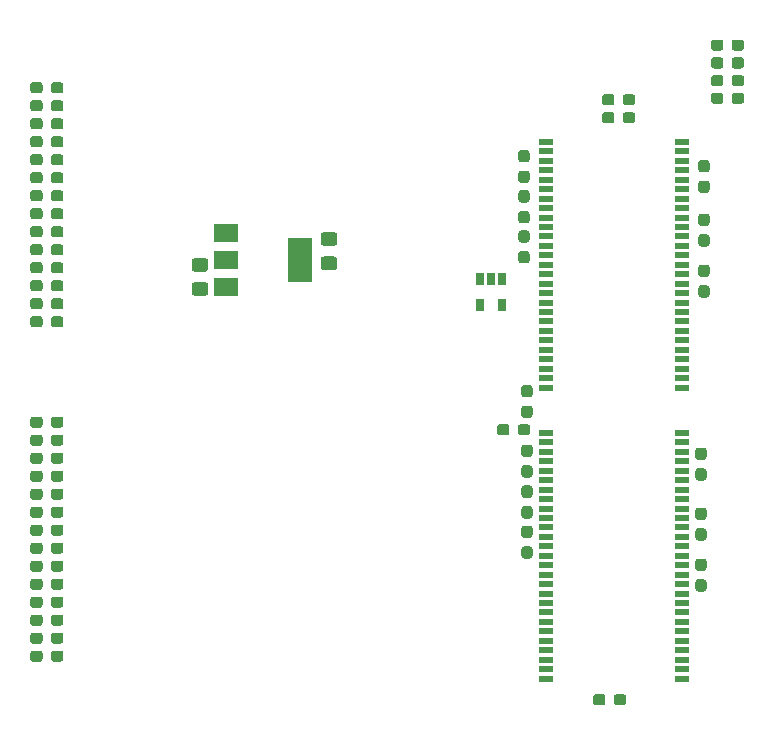
<source format=gbr>
%TF.GenerationSoftware,KiCad,Pcbnew,5.1.6-c6e7f7d~86~ubuntu18.04.1*%
%TF.CreationDate,2021-07-04T16:44:21-07:00*%
%TF.ProjectId,arrow_deca_retro_cape,6172726f-775f-4646-9563-615f72657472,rev?*%
%TF.SameCoordinates,Original*%
%TF.FileFunction,Paste,Top*%
%TF.FilePolarity,Positive*%
%FSLAX46Y46*%
G04 Gerber Fmt 4.6, Leading zero omitted, Abs format (unit mm)*
G04 Created by KiCad (PCBNEW 5.1.6-c6e7f7d~86~ubuntu18.04.1) date 2021-07-04 16:44:21*
%MOMM*%
%LPD*%
G01*
G04 APERTURE LIST*
%ADD10R,2.000000X1.500000*%
%ADD11R,2.000000X3.800000*%
%ADD12R,1.193800X0.508000*%
%ADD13R,0.650000X1.060000*%
G04 APERTURE END LIST*
%TO.C,C19*%
G36*
G01*
X84778001Y-45388000D02*
X83877999Y-45388000D01*
G75*
G02*
X83628000Y-45138001I0J249999D01*
G01*
X83628000Y-44487999D01*
G75*
G02*
X83877999Y-44238000I249999J0D01*
G01*
X84778001Y-44238000D01*
G75*
G02*
X85028000Y-44487999I0J-249999D01*
G01*
X85028000Y-45138001D01*
G75*
G02*
X84778001Y-45388000I-249999J0D01*
G01*
G37*
G36*
G01*
X84778001Y-47438000D02*
X83877999Y-47438000D01*
G75*
G02*
X83628000Y-47188001I0J249999D01*
G01*
X83628000Y-46537999D01*
G75*
G02*
X83877999Y-46288000I249999J0D01*
G01*
X84778001Y-46288000D01*
G75*
G02*
X85028000Y-46537999I0J-249999D01*
G01*
X85028000Y-47188001D01*
G75*
G02*
X84778001Y-47438000I-249999J0D01*
G01*
G37*
%TD*%
%TO.C,C18*%
G36*
G01*
X73856001Y-47570000D02*
X72955999Y-47570000D01*
G75*
G02*
X72706000Y-47320001I0J249999D01*
G01*
X72706000Y-46669999D01*
G75*
G02*
X72955999Y-46420000I249999J0D01*
G01*
X73856001Y-46420000D01*
G75*
G02*
X74106000Y-46669999I0J-249999D01*
G01*
X74106000Y-47320001D01*
G75*
G02*
X73856001Y-47570000I-249999J0D01*
G01*
G37*
G36*
G01*
X73856001Y-49620000D02*
X72955999Y-49620000D01*
G75*
G02*
X72706000Y-49370001I0J249999D01*
G01*
X72706000Y-48719999D01*
G75*
G02*
X72955999Y-48470000I249999J0D01*
G01*
X73856001Y-48470000D01*
G75*
G02*
X74106000Y-48719999I0J-249999D01*
G01*
X74106000Y-49370001D01*
G75*
G02*
X73856001Y-49620000I-249999J0D01*
G01*
G37*
%TD*%
D10*
%TO.C,U4*%
X75615000Y-44309000D03*
X75615000Y-48909000D03*
X75615000Y-46609000D03*
D11*
X81915000Y-46609000D03*
%TD*%
%TO.C,R14*%
G36*
G01*
X60088000Y-73803500D02*
X60088000Y-74278500D01*
G75*
G02*
X59850500Y-74516000I-237500J0D01*
G01*
X59275500Y-74516000D01*
G75*
G02*
X59038000Y-74278500I0J237500D01*
G01*
X59038000Y-73803500D01*
G75*
G02*
X59275500Y-73566000I237500J0D01*
G01*
X59850500Y-73566000D01*
G75*
G02*
X60088000Y-73803500I0J-237500D01*
G01*
G37*
G36*
G01*
X61838000Y-73803500D02*
X61838000Y-74278500D01*
G75*
G02*
X61600500Y-74516000I-237500J0D01*
G01*
X61025500Y-74516000D01*
G75*
G02*
X60788000Y-74278500I0J237500D01*
G01*
X60788000Y-73803500D01*
G75*
G02*
X61025500Y-73566000I237500J0D01*
G01*
X61600500Y-73566000D01*
G75*
G02*
X61838000Y-73803500I0J-237500D01*
G01*
G37*
%TD*%
%TO.C,R32*%
G36*
G01*
X60088000Y-60087500D02*
X60088000Y-60562500D01*
G75*
G02*
X59850500Y-60800000I-237500J0D01*
G01*
X59275500Y-60800000D01*
G75*
G02*
X59038000Y-60562500I0J237500D01*
G01*
X59038000Y-60087500D01*
G75*
G02*
X59275500Y-59850000I237500J0D01*
G01*
X59850500Y-59850000D01*
G75*
G02*
X60088000Y-60087500I0J-237500D01*
G01*
G37*
G36*
G01*
X61838000Y-60087500D02*
X61838000Y-60562500D01*
G75*
G02*
X61600500Y-60800000I-237500J0D01*
G01*
X61025500Y-60800000D01*
G75*
G02*
X60788000Y-60562500I0J237500D01*
G01*
X60788000Y-60087500D01*
G75*
G02*
X61025500Y-59850000I237500J0D01*
G01*
X61600500Y-59850000D01*
G75*
G02*
X61838000Y-60087500I0J-237500D01*
G01*
G37*
%TD*%
%TO.C,R31*%
G36*
G01*
X60088000Y-31766500D02*
X60088000Y-32241500D01*
G75*
G02*
X59850500Y-32479000I-237500J0D01*
G01*
X59275500Y-32479000D01*
G75*
G02*
X59038000Y-32241500I0J237500D01*
G01*
X59038000Y-31766500D01*
G75*
G02*
X59275500Y-31529000I237500J0D01*
G01*
X59850500Y-31529000D01*
G75*
G02*
X60088000Y-31766500I0J-237500D01*
G01*
G37*
G36*
G01*
X61838000Y-31766500D02*
X61838000Y-32241500D01*
G75*
G02*
X61600500Y-32479000I-237500J0D01*
G01*
X61025500Y-32479000D01*
G75*
G02*
X60788000Y-32241500I0J237500D01*
G01*
X60788000Y-31766500D01*
G75*
G02*
X61025500Y-31529000I237500J0D01*
G01*
X61600500Y-31529000D01*
G75*
G02*
X61838000Y-31766500I0J-237500D01*
G01*
G37*
%TD*%
%TO.C,R30*%
G36*
G01*
X60088000Y-63135500D02*
X60088000Y-63610500D01*
G75*
G02*
X59850500Y-63848000I-237500J0D01*
G01*
X59275500Y-63848000D01*
G75*
G02*
X59038000Y-63610500I0J237500D01*
G01*
X59038000Y-63135500D01*
G75*
G02*
X59275500Y-62898000I237500J0D01*
G01*
X59850500Y-62898000D01*
G75*
G02*
X60088000Y-63135500I0J-237500D01*
G01*
G37*
G36*
G01*
X61838000Y-63135500D02*
X61838000Y-63610500D01*
G75*
G02*
X61600500Y-63848000I-237500J0D01*
G01*
X61025500Y-63848000D01*
G75*
G02*
X60788000Y-63610500I0J237500D01*
G01*
X60788000Y-63135500D01*
G75*
G02*
X61025500Y-62898000I237500J0D01*
G01*
X61600500Y-62898000D01*
G75*
G02*
X61838000Y-63135500I0J-237500D01*
G01*
G37*
%TD*%
%TO.C,R29*%
G36*
G01*
X60088000Y-34814500D02*
X60088000Y-35289500D01*
G75*
G02*
X59850500Y-35527000I-237500J0D01*
G01*
X59275500Y-35527000D01*
G75*
G02*
X59038000Y-35289500I0J237500D01*
G01*
X59038000Y-34814500D01*
G75*
G02*
X59275500Y-34577000I237500J0D01*
G01*
X59850500Y-34577000D01*
G75*
G02*
X60088000Y-34814500I0J-237500D01*
G01*
G37*
G36*
G01*
X61838000Y-34814500D02*
X61838000Y-35289500D01*
G75*
G02*
X61600500Y-35527000I-237500J0D01*
G01*
X61025500Y-35527000D01*
G75*
G02*
X60788000Y-35289500I0J237500D01*
G01*
X60788000Y-34814500D01*
G75*
G02*
X61025500Y-34577000I237500J0D01*
G01*
X61600500Y-34577000D01*
G75*
G02*
X61838000Y-34814500I0J-237500D01*
G01*
G37*
%TD*%
%TO.C,R28*%
G36*
G01*
X60088000Y-66183500D02*
X60088000Y-66658500D01*
G75*
G02*
X59850500Y-66896000I-237500J0D01*
G01*
X59275500Y-66896000D01*
G75*
G02*
X59038000Y-66658500I0J237500D01*
G01*
X59038000Y-66183500D01*
G75*
G02*
X59275500Y-65946000I237500J0D01*
G01*
X59850500Y-65946000D01*
G75*
G02*
X60088000Y-66183500I0J-237500D01*
G01*
G37*
G36*
G01*
X61838000Y-66183500D02*
X61838000Y-66658500D01*
G75*
G02*
X61600500Y-66896000I-237500J0D01*
G01*
X61025500Y-66896000D01*
G75*
G02*
X60788000Y-66658500I0J237500D01*
G01*
X60788000Y-66183500D01*
G75*
G02*
X61025500Y-65946000I237500J0D01*
G01*
X61600500Y-65946000D01*
G75*
G02*
X61838000Y-66183500I0J-237500D01*
G01*
G37*
%TD*%
%TO.C,R27*%
G36*
G01*
X60088000Y-37862500D02*
X60088000Y-38337500D01*
G75*
G02*
X59850500Y-38575000I-237500J0D01*
G01*
X59275500Y-38575000D01*
G75*
G02*
X59038000Y-38337500I0J237500D01*
G01*
X59038000Y-37862500D01*
G75*
G02*
X59275500Y-37625000I237500J0D01*
G01*
X59850500Y-37625000D01*
G75*
G02*
X60088000Y-37862500I0J-237500D01*
G01*
G37*
G36*
G01*
X61838000Y-37862500D02*
X61838000Y-38337500D01*
G75*
G02*
X61600500Y-38575000I-237500J0D01*
G01*
X61025500Y-38575000D01*
G75*
G02*
X60788000Y-38337500I0J237500D01*
G01*
X60788000Y-37862500D01*
G75*
G02*
X61025500Y-37625000I237500J0D01*
G01*
X61600500Y-37625000D01*
G75*
G02*
X61838000Y-37862500I0J-237500D01*
G01*
G37*
%TD*%
%TO.C,R26*%
G36*
G01*
X60088000Y-69231500D02*
X60088000Y-69706500D01*
G75*
G02*
X59850500Y-69944000I-237500J0D01*
G01*
X59275500Y-69944000D01*
G75*
G02*
X59038000Y-69706500I0J237500D01*
G01*
X59038000Y-69231500D01*
G75*
G02*
X59275500Y-68994000I237500J0D01*
G01*
X59850500Y-68994000D01*
G75*
G02*
X60088000Y-69231500I0J-237500D01*
G01*
G37*
G36*
G01*
X61838000Y-69231500D02*
X61838000Y-69706500D01*
G75*
G02*
X61600500Y-69944000I-237500J0D01*
G01*
X61025500Y-69944000D01*
G75*
G02*
X60788000Y-69706500I0J237500D01*
G01*
X60788000Y-69231500D01*
G75*
G02*
X61025500Y-68994000I237500J0D01*
G01*
X61600500Y-68994000D01*
G75*
G02*
X61838000Y-69231500I0J-237500D01*
G01*
G37*
%TD*%
%TO.C,R25*%
G36*
G01*
X60088000Y-40910500D02*
X60088000Y-41385500D01*
G75*
G02*
X59850500Y-41623000I-237500J0D01*
G01*
X59275500Y-41623000D01*
G75*
G02*
X59038000Y-41385500I0J237500D01*
G01*
X59038000Y-40910500D01*
G75*
G02*
X59275500Y-40673000I237500J0D01*
G01*
X59850500Y-40673000D01*
G75*
G02*
X60088000Y-40910500I0J-237500D01*
G01*
G37*
G36*
G01*
X61838000Y-40910500D02*
X61838000Y-41385500D01*
G75*
G02*
X61600500Y-41623000I-237500J0D01*
G01*
X61025500Y-41623000D01*
G75*
G02*
X60788000Y-41385500I0J237500D01*
G01*
X60788000Y-40910500D01*
G75*
G02*
X61025500Y-40673000I237500J0D01*
G01*
X61600500Y-40673000D01*
G75*
G02*
X61838000Y-40910500I0J-237500D01*
G01*
G37*
%TD*%
%TO.C,R24*%
G36*
G01*
X60088000Y-72279500D02*
X60088000Y-72754500D01*
G75*
G02*
X59850500Y-72992000I-237500J0D01*
G01*
X59275500Y-72992000D01*
G75*
G02*
X59038000Y-72754500I0J237500D01*
G01*
X59038000Y-72279500D01*
G75*
G02*
X59275500Y-72042000I237500J0D01*
G01*
X59850500Y-72042000D01*
G75*
G02*
X60088000Y-72279500I0J-237500D01*
G01*
G37*
G36*
G01*
X61838000Y-72279500D02*
X61838000Y-72754500D01*
G75*
G02*
X61600500Y-72992000I-237500J0D01*
G01*
X61025500Y-72992000D01*
G75*
G02*
X60788000Y-72754500I0J237500D01*
G01*
X60788000Y-72279500D01*
G75*
G02*
X61025500Y-72042000I237500J0D01*
G01*
X61600500Y-72042000D01*
G75*
G02*
X61838000Y-72279500I0J-237500D01*
G01*
G37*
%TD*%
%TO.C,R23*%
G36*
G01*
X60088000Y-43958500D02*
X60088000Y-44433500D01*
G75*
G02*
X59850500Y-44671000I-237500J0D01*
G01*
X59275500Y-44671000D01*
G75*
G02*
X59038000Y-44433500I0J237500D01*
G01*
X59038000Y-43958500D01*
G75*
G02*
X59275500Y-43721000I237500J0D01*
G01*
X59850500Y-43721000D01*
G75*
G02*
X60088000Y-43958500I0J-237500D01*
G01*
G37*
G36*
G01*
X61838000Y-43958500D02*
X61838000Y-44433500D01*
G75*
G02*
X61600500Y-44671000I-237500J0D01*
G01*
X61025500Y-44671000D01*
G75*
G02*
X60788000Y-44433500I0J237500D01*
G01*
X60788000Y-43958500D01*
G75*
G02*
X61025500Y-43721000I237500J0D01*
G01*
X61600500Y-43721000D01*
G75*
G02*
X61838000Y-43958500I0J-237500D01*
G01*
G37*
%TD*%
%TO.C,R22*%
G36*
G01*
X60088000Y-75327500D02*
X60088000Y-75802500D01*
G75*
G02*
X59850500Y-76040000I-237500J0D01*
G01*
X59275500Y-76040000D01*
G75*
G02*
X59038000Y-75802500I0J237500D01*
G01*
X59038000Y-75327500D01*
G75*
G02*
X59275500Y-75090000I237500J0D01*
G01*
X59850500Y-75090000D01*
G75*
G02*
X60088000Y-75327500I0J-237500D01*
G01*
G37*
G36*
G01*
X61838000Y-75327500D02*
X61838000Y-75802500D01*
G75*
G02*
X61600500Y-76040000I-237500J0D01*
G01*
X61025500Y-76040000D01*
G75*
G02*
X60788000Y-75802500I0J237500D01*
G01*
X60788000Y-75327500D01*
G75*
G02*
X61025500Y-75090000I237500J0D01*
G01*
X61600500Y-75090000D01*
G75*
G02*
X61838000Y-75327500I0J-237500D01*
G01*
G37*
%TD*%
%TO.C,R21*%
G36*
G01*
X60088000Y-47006500D02*
X60088000Y-47481500D01*
G75*
G02*
X59850500Y-47719000I-237500J0D01*
G01*
X59275500Y-47719000D01*
G75*
G02*
X59038000Y-47481500I0J237500D01*
G01*
X59038000Y-47006500D01*
G75*
G02*
X59275500Y-46769000I237500J0D01*
G01*
X59850500Y-46769000D01*
G75*
G02*
X60088000Y-47006500I0J-237500D01*
G01*
G37*
G36*
G01*
X61838000Y-47006500D02*
X61838000Y-47481500D01*
G75*
G02*
X61600500Y-47719000I-237500J0D01*
G01*
X61025500Y-47719000D01*
G75*
G02*
X60788000Y-47481500I0J237500D01*
G01*
X60788000Y-47006500D01*
G75*
G02*
X61025500Y-46769000I237500J0D01*
G01*
X61600500Y-46769000D01*
G75*
G02*
X61838000Y-47006500I0J-237500D01*
G01*
G37*
%TD*%
%TO.C,R20*%
G36*
G01*
X60088000Y-78375500D02*
X60088000Y-78850500D01*
G75*
G02*
X59850500Y-79088000I-237500J0D01*
G01*
X59275500Y-79088000D01*
G75*
G02*
X59038000Y-78850500I0J237500D01*
G01*
X59038000Y-78375500D01*
G75*
G02*
X59275500Y-78138000I237500J0D01*
G01*
X59850500Y-78138000D01*
G75*
G02*
X60088000Y-78375500I0J-237500D01*
G01*
G37*
G36*
G01*
X61838000Y-78375500D02*
X61838000Y-78850500D01*
G75*
G02*
X61600500Y-79088000I-237500J0D01*
G01*
X61025500Y-79088000D01*
G75*
G02*
X60788000Y-78850500I0J237500D01*
G01*
X60788000Y-78375500D01*
G75*
G02*
X61025500Y-78138000I237500J0D01*
G01*
X61600500Y-78138000D01*
G75*
G02*
X61838000Y-78375500I0J-237500D01*
G01*
G37*
%TD*%
%TO.C,R19*%
G36*
G01*
X60088000Y-50054500D02*
X60088000Y-50529500D01*
G75*
G02*
X59850500Y-50767000I-237500J0D01*
G01*
X59275500Y-50767000D01*
G75*
G02*
X59038000Y-50529500I0J237500D01*
G01*
X59038000Y-50054500D01*
G75*
G02*
X59275500Y-49817000I237500J0D01*
G01*
X59850500Y-49817000D01*
G75*
G02*
X60088000Y-50054500I0J-237500D01*
G01*
G37*
G36*
G01*
X61838000Y-50054500D02*
X61838000Y-50529500D01*
G75*
G02*
X61600500Y-50767000I-237500J0D01*
G01*
X61025500Y-50767000D01*
G75*
G02*
X60788000Y-50529500I0J237500D01*
G01*
X60788000Y-50054500D01*
G75*
G02*
X61025500Y-49817000I237500J0D01*
G01*
X61600500Y-49817000D01*
G75*
G02*
X61838000Y-50054500I0J-237500D01*
G01*
G37*
%TD*%
%TO.C,R18*%
G36*
G01*
X60088000Y-61611500D02*
X60088000Y-62086500D01*
G75*
G02*
X59850500Y-62324000I-237500J0D01*
G01*
X59275500Y-62324000D01*
G75*
G02*
X59038000Y-62086500I0J237500D01*
G01*
X59038000Y-61611500D01*
G75*
G02*
X59275500Y-61374000I237500J0D01*
G01*
X59850500Y-61374000D01*
G75*
G02*
X60088000Y-61611500I0J-237500D01*
G01*
G37*
G36*
G01*
X61838000Y-61611500D02*
X61838000Y-62086500D01*
G75*
G02*
X61600500Y-62324000I-237500J0D01*
G01*
X61025500Y-62324000D01*
G75*
G02*
X60788000Y-62086500I0J237500D01*
G01*
X60788000Y-61611500D01*
G75*
G02*
X61025500Y-61374000I237500J0D01*
G01*
X61600500Y-61374000D01*
G75*
G02*
X61838000Y-61611500I0J-237500D01*
G01*
G37*
%TD*%
%TO.C,R17*%
G36*
G01*
X60088000Y-64659500D02*
X60088000Y-65134500D01*
G75*
G02*
X59850500Y-65372000I-237500J0D01*
G01*
X59275500Y-65372000D01*
G75*
G02*
X59038000Y-65134500I0J237500D01*
G01*
X59038000Y-64659500D01*
G75*
G02*
X59275500Y-64422000I237500J0D01*
G01*
X59850500Y-64422000D01*
G75*
G02*
X60088000Y-64659500I0J-237500D01*
G01*
G37*
G36*
G01*
X61838000Y-64659500D02*
X61838000Y-65134500D01*
G75*
G02*
X61600500Y-65372000I-237500J0D01*
G01*
X61025500Y-65372000D01*
G75*
G02*
X60788000Y-65134500I0J237500D01*
G01*
X60788000Y-64659500D01*
G75*
G02*
X61025500Y-64422000I237500J0D01*
G01*
X61600500Y-64422000D01*
G75*
G02*
X61838000Y-64659500I0J-237500D01*
G01*
G37*
%TD*%
%TO.C,R16*%
G36*
G01*
X60088000Y-67707500D02*
X60088000Y-68182500D01*
G75*
G02*
X59850500Y-68420000I-237500J0D01*
G01*
X59275500Y-68420000D01*
G75*
G02*
X59038000Y-68182500I0J237500D01*
G01*
X59038000Y-67707500D01*
G75*
G02*
X59275500Y-67470000I237500J0D01*
G01*
X59850500Y-67470000D01*
G75*
G02*
X60088000Y-67707500I0J-237500D01*
G01*
G37*
G36*
G01*
X61838000Y-67707500D02*
X61838000Y-68182500D01*
G75*
G02*
X61600500Y-68420000I-237500J0D01*
G01*
X61025500Y-68420000D01*
G75*
G02*
X60788000Y-68182500I0J237500D01*
G01*
X60788000Y-67707500D01*
G75*
G02*
X61025500Y-67470000I237500J0D01*
G01*
X61600500Y-67470000D01*
G75*
G02*
X61838000Y-67707500I0J-237500D01*
G01*
G37*
%TD*%
%TO.C,R15*%
G36*
G01*
X60088000Y-70755500D02*
X60088000Y-71230500D01*
G75*
G02*
X59850500Y-71468000I-237500J0D01*
G01*
X59275500Y-71468000D01*
G75*
G02*
X59038000Y-71230500I0J237500D01*
G01*
X59038000Y-70755500D01*
G75*
G02*
X59275500Y-70518000I237500J0D01*
G01*
X59850500Y-70518000D01*
G75*
G02*
X60088000Y-70755500I0J-237500D01*
G01*
G37*
G36*
G01*
X61838000Y-70755500D02*
X61838000Y-71230500D01*
G75*
G02*
X61600500Y-71468000I-237500J0D01*
G01*
X61025500Y-71468000D01*
G75*
G02*
X60788000Y-71230500I0J237500D01*
G01*
X60788000Y-70755500D01*
G75*
G02*
X61025500Y-70518000I237500J0D01*
G01*
X61600500Y-70518000D01*
G75*
G02*
X61838000Y-70755500I0J-237500D01*
G01*
G37*
%TD*%
%TO.C,R13*%
G36*
G01*
X60088000Y-76851500D02*
X60088000Y-77326500D01*
G75*
G02*
X59850500Y-77564000I-237500J0D01*
G01*
X59275500Y-77564000D01*
G75*
G02*
X59038000Y-77326500I0J237500D01*
G01*
X59038000Y-76851500D01*
G75*
G02*
X59275500Y-76614000I237500J0D01*
G01*
X59850500Y-76614000D01*
G75*
G02*
X60088000Y-76851500I0J-237500D01*
G01*
G37*
G36*
G01*
X61838000Y-76851500D02*
X61838000Y-77326500D01*
G75*
G02*
X61600500Y-77564000I-237500J0D01*
G01*
X61025500Y-77564000D01*
G75*
G02*
X60788000Y-77326500I0J237500D01*
G01*
X60788000Y-76851500D01*
G75*
G02*
X61025500Y-76614000I237500J0D01*
G01*
X61600500Y-76614000D01*
G75*
G02*
X61838000Y-76851500I0J-237500D01*
G01*
G37*
%TD*%
%TO.C,R12*%
G36*
G01*
X60088000Y-79899500D02*
X60088000Y-80374500D01*
G75*
G02*
X59850500Y-80612000I-237500J0D01*
G01*
X59275500Y-80612000D01*
G75*
G02*
X59038000Y-80374500I0J237500D01*
G01*
X59038000Y-79899500D01*
G75*
G02*
X59275500Y-79662000I237500J0D01*
G01*
X59850500Y-79662000D01*
G75*
G02*
X60088000Y-79899500I0J-237500D01*
G01*
G37*
G36*
G01*
X61838000Y-79899500D02*
X61838000Y-80374500D01*
G75*
G02*
X61600500Y-80612000I-237500J0D01*
G01*
X61025500Y-80612000D01*
G75*
G02*
X60788000Y-80374500I0J237500D01*
G01*
X60788000Y-79899500D01*
G75*
G02*
X61025500Y-79662000I237500J0D01*
G01*
X61600500Y-79662000D01*
G75*
G02*
X61838000Y-79899500I0J-237500D01*
G01*
G37*
%TD*%
%TO.C,R11*%
G36*
G01*
X60088000Y-33290500D02*
X60088000Y-33765500D01*
G75*
G02*
X59850500Y-34003000I-237500J0D01*
G01*
X59275500Y-34003000D01*
G75*
G02*
X59038000Y-33765500I0J237500D01*
G01*
X59038000Y-33290500D01*
G75*
G02*
X59275500Y-33053000I237500J0D01*
G01*
X59850500Y-33053000D01*
G75*
G02*
X60088000Y-33290500I0J-237500D01*
G01*
G37*
G36*
G01*
X61838000Y-33290500D02*
X61838000Y-33765500D01*
G75*
G02*
X61600500Y-34003000I-237500J0D01*
G01*
X61025500Y-34003000D01*
G75*
G02*
X60788000Y-33765500I0J237500D01*
G01*
X60788000Y-33290500D01*
G75*
G02*
X61025500Y-33053000I237500J0D01*
G01*
X61600500Y-33053000D01*
G75*
G02*
X61838000Y-33290500I0J-237500D01*
G01*
G37*
%TD*%
%TO.C,R10*%
G36*
G01*
X60088000Y-36338500D02*
X60088000Y-36813500D01*
G75*
G02*
X59850500Y-37051000I-237500J0D01*
G01*
X59275500Y-37051000D01*
G75*
G02*
X59038000Y-36813500I0J237500D01*
G01*
X59038000Y-36338500D01*
G75*
G02*
X59275500Y-36101000I237500J0D01*
G01*
X59850500Y-36101000D01*
G75*
G02*
X60088000Y-36338500I0J-237500D01*
G01*
G37*
G36*
G01*
X61838000Y-36338500D02*
X61838000Y-36813500D01*
G75*
G02*
X61600500Y-37051000I-237500J0D01*
G01*
X61025500Y-37051000D01*
G75*
G02*
X60788000Y-36813500I0J237500D01*
G01*
X60788000Y-36338500D01*
G75*
G02*
X61025500Y-36101000I237500J0D01*
G01*
X61600500Y-36101000D01*
G75*
G02*
X61838000Y-36338500I0J-237500D01*
G01*
G37*
%TD*%
%TO.C,R9*%
G36*
G01*
X60088000Y-39386500D02*
X60088000Y-39861500D01*
G75*
G02*
X59850500Y-40099000I-237500J0D01*
G01*
X59275500Y-40099000D01*
G75*
G02*
X59038000Y-39861500I0J237500D01*
G01*
X59038000Y-39386500D01*
G75*
G02*
X59275500Y-39149000I237500J0D01*
G01*
X59850500Y-39149000D01*
G75*
G02*
X60088000Y-39386500I0J-237500D01*
G01*
G37*
G36*
G01*
X61838000Y-39386500D02*
X61838000Y-39861500D01*
G75*
G02*
X61600500Y-40099000I-237500J0D01*
G01*
X61025500Y-40099000D01*
G75*
G02*
X60788000Y-39861500I0J237500D01*
G01*
X60788000Y-39386500D01*
G75*
G02*
X61025500Y-39149000I237500J0D01*
G01*
X61600500Y-39149000D01*
G75*
G02*
X61838000Y-39386500I0J-237500D01*
G01*
G37*
%TD*%
%TO.C,R8*%
G36*
G01*
X60088000Y-42434500D02*
X60088000Y-42909500D01*
G75*
G02*
X59850500Y-43147000I-237500J0D01*
G01*
X59275500Y-43147000D01*
G75*
G02*
X59038000Y-42909500I0J237500D01*
G01*
X59038000Y-42434500D01*
G75*
G02*
X59275500Y-42197000I237500J0D01*
G01*
X59850500Y-42197000D01*
G75*
G02*
X60088000Y-42434500I0J-237500D01*
G01*
G37*
G36*
G01*
X61838000Y-42434500D02*
X61838000Y-42909500D01*
G75*
G02*
X61600500Y-43147000I-237500J0D01*
G01*
X61025500Y-43147000D01*
G75*
G02*
X60788000Y-42909500I0J237500D01*
G01*
X60788000Y-42434500D01*
G75*
G02*
X61025500Y-42197000I237500J0D01*
G01*
X61600500Y-42197000D01*
G75*
G02*
X61838000Y-42434500I0J-237500D01*
G01*
G37*
%TD*%
%TO.C,R7*%
G36*
G01*
X60088000Y-45482500D02*
X60088000Y-45957500D01*
G75*
G02*
X59850500Y-46195000I-237500J0D01*
G01*
X59275500Y-46195000D01*
G75*
G02*
X59038000Y-45957500I0J237500D01*
G01*
X59038000Y-45482500D01*
G75*
G02*
X59275500Y-45245000I237500J0D01*
G01*
X59850500Y-45245000D01*
G75*
G02*
X60088000Y-45482500I0J-237500D01*
G01*
G37*
G36*
G01*
X61838000Y-45482500D02*
X61838000Y-45957500D01*
G75*
G02*
X61600500Y-46195000I-237500J0D01*
G01*
X61025500Y-46195000D01*
G75*
G02*
X60788000Y-45957500I0J237500D01*
G01*
X60788000Y-45482500D01*
G75*
G02*
X61025500Y-45245000I237500J0D01*
G01*
X61600500Y-45245000D01*
G75*
G02*
X61838000Y-45482500I0J-237500D01*
G01*
G37*
%TD*%
%TO.C,R6*%
G36*
G01*
X60088000Y-48530500D02*
X60088000Y-49005500D01*
G75*
G02*
X59850500Y-49243000I-237500J0D01*
G01*
X59275500Y-49243000D01*
G75*
G02*
X59038000Y-49005500I0J237500D01*
G01*
X59038000Y-48530500D01*
G75*
G02*
X59275500Y-48293000I237500J0D01*
G01*
X59850500Y-48293000D01*
G75*
G02*
X60088000Y-48530500I0J-237500D01*
G01*
G37*
G36*
G01*
X61838000Y-48530500D02*
X61838000Y-49005500D01*
G75*
G02*
X61600500Y-49243000I-237500J0D01*
G01*
X61025500Y-49243000D01*
G75*
G02*
X60788000Y-49005500I0J237500D01*
G01*
X60788000Y-48530500D01*
G75*
G02*
X61025500Y-48293000I237500J0D01*
G01*
X61600500Y-48293000D01*
G75*
G02*
X61838000Y-48530500I0J-237500D01*
G01*
G37*
%TD*%
%TO.C,R5*%
G36*
G01*
X60088000Y-51578500D02*
X60088000Y-52053500D01*
G75*
G02*
X59850500Y-52291000I-237500J0D01*
G01*
X59275500Y-52291000D01*
G75*
G02*
X59038000Y-52053500I0J237500D01*
G01*
X59038000Y-51578500D01*
G75*
G02*
X59275500Y-51341000I237500J0D01*
G01*
X59850500Y-51341000D01*
G75*
G02*
X60088000Y-51578500I0J-237500D01*
G01*
G37*
G36*
G01*
X61838000Y-51578500D02*
X61838000Y-52053500D01*
G75*
G02*
X61600500Y-52291000I-237500J0D01*
G01*
X61025500Y-52291000D01*
G75*
G02*
X60788000Y-52053500I0J237500D01*
G01*
X60788000Y-51578500D01*
G75*
G02*
X61025500Y-51341000I237500J0D01*
G01*
X61600500Y-51341000D01*
G75*
G02*
X61838000Y-51578500I0J-237500D01*
G01*
G37*
%TD*%
%TO.C,R4*%
G36*
G01*
X117725000Y-29662500D02*
X117725000Y-30137500D01*
G75*
G02*
X117487500Y-30375000I-237500J0D01*
G01*
X116912500Y-30375000D01*
G75*
G02*
X116675000Y-30137500I0J237500D01*
G01*
X116675000Y-29662500D01*
G75*
G02*
X116912500Y-29425000I237500J0D01*
G01*
X117487500Y-29425000D01*
G75*
G02*
X117725000Y-29662500I0J-237500D01*
G01*
G37*
G36*
G01*
X119475000Y-29662500D02*
X119475000Y-30137500D01*
G75*
G02*
X119237500Y-30375000I-237500J0D01*
G01*
X118662500Y-30375000D01*
G75*
G02*
X118425000Y-30137500I0J237500D01*
G01*
X118425000Y-29662500D01*
G75*
G02*
X118662500Y-29425000I237500J0D01*
G01*
X119237500Y-29425000D01*
G75*
G02*
X119475000Y-29662500I0J-237500D01*
G01*
G37*
%TD*%
%TO.C,R3*%
G36*
G01*
X117725000Y-31162500D02*
X117725000Y-31637500D01*
G75*
G02*
X117487500Y-31875000I-237500J0D01*
G01*
X116912500Y-31875000D01*
G75*
G02*
X116675000Y-31637500I0J237500D01*
G01*
X116675000Y-31162500D01*
G75*
G02*
X116912500Y-30925000I237500J0D01*
G01*
X117487500Y-30925000D01*
G75*
G02*
X117725000Y-31162500I0J-237500D01*
G01*
G37*
G36*
G01*
X119475000Y-31162500D02*
X119475000Y-31637500D01*
G75*
G02*
X119237500Y-31875000I-237500J0D01*
G01*
X118662500Y-31875000D01*
G75*
G02*
X118425000Y-31637500I0J237500D01*
G01*
X118425000Y-31162500D01*
G75*
G02*
X118662500Y-30925000I237500J0D01*
G01*
X119237500Y-30925000D01*
G75*
G02*
X119475000Y-31162500I0J-237500D01*
G01*
G37*
%TD*%
%TO.C,R2*%
G36*
G01*
X118425000Y-28637500D02*
X118425000Y-28162500D01*
G75*
G02*
X118662500Y-27925000I237500J0D01*
G01*
X119237500Y-27925000D01*
G75*
G02*
X119475000Y-28162500I0J-237500D01*
G01*
X119475000Y-28637500D01*
G75*
G02*
X119237500Y-28875000I-237500J0D01*
G01*
X118662500Y-28875000D01*
G75*
G02*
X118425000Y-28637500I0J237500D01*
G01*
G37*
G36*
G01*
X116675000Y-28637500D02*
X116675000Y-28162500D01*
G75*
G02*
X116912500Y-27925000I237500J0D01*
G01*
X117487500Y-27925000D01*
G75*
G02*
X117725000Y-28162500I0J-237500D01*
G01*
X117725000Y-28637500D01*
G75*
G02*
X117487500Y-28875000I-237500J0D01*
G01*
X116912500Y-28875000D01*
G75*
G02*
X116675000Y-28637500I0J237500D01*
G01*
G37*
%TD*%
%TO.C,R1*%
G36*
G01*
X118425000Y-33137500D02*
X118425000Y-32662500D01*
G75*
G02*
X118662500Y-32425000I237500J0D01*
G01*
X119237500Y-32425000D01*
G75*
G02*
X119475000Y-32662500I0J-237500D01*
G01*
X119475000Y-33137500D01*
G75*
G02*
X119237500Y-33375000I-237500J0D01*
G01*
X118662500Y-33375000D01*
G75*
G02*
X118425000Y-33137500I0J237500D01*
G01*
G37*
G36*
G01*
X116675000Y-33137500D02*
X116675000Y-32662500D01*
G75*
G02*
X116912500Y-32425000I237500J0D01*
G01*
X117487500Y-32425000D01*
G75*
G02*
X117725000Y-32662500I0J-237500D01*
G01*
X117725000Y-33137500D01*
G75*
G02*
X117487500Y-33375000I-237500J0D01*
G01*
X116912500Y-33375000D01*
G75*
G02*
X116675000Y-33137500I0J237500D01*
G01*
G37*
%TD*%
D12*
%TO.C,U2*%
X114198400Y-61228000D03*
X114198400Y-62028001D03*
X114198400Y-62828002D03*
X114198400Y-63628001D03*
X114198400Y-64428002D03*
X114198400Y-65228000D03*
X114198400Y-66028001D03*
X114198400Y-66828002D03*
X114198400Y-67628000D03*
X114198400Y-68428001D03*
X114198400Y-69228000D03*
X114198400Y-70028001D03*
X114198400Y-70828002D03*
X114198400Y-71628000D03*
X114198400Y-72428001D03*
X114198400Y-73227999D03*
X114198400Y-74028000D03*
X114198400Y-74828001D03*
X114198400Y-75628000D03*
X114198400Y-76428001D03*
X114198400Y-77227999D03*
X114198400Y-78028000D03*
X114198400Y-78828001D03*
X114198400Y-79627999D03*
X114198400Y-80428000D03*
X114198400Y-81227999D03*
X114198400Y-82028000D03*
X102717600Y-82028000D03*
X102717600Y-81227999D03*
X102717600Y-80427998D03*
X102717600Y-79627999D03*
X102717600Y-78827998D03*
X102717600Y-78028000D03*
X102717600Y-77227999D03*
X102717600Y-76427998D03*
X102717600Y-75628000D03*
X102717600Y-74827999D03*
X102717600Y-74028000D03*
X102717600Y-73227999D03*
X102717600Y-72427998D03*
X102717600Y-71628000D03*
X102717600Y-70827999D03*
X102717600Y-70028001D03*
X102717600Y-69228000D03*
X102717600Y-68427999D03*
X102717600Y-67628000D03*
X102717600Y-66827999D03*
X102717600Y-66028001D03*
X102717600Y-65228000D03*
X102717600Y-64427999D03*
X102717600Y-63628001D03*
X102717600Y-62828000D03*
X102717600Y-62028001D03*
X102717600Y-61228000D03*
%TD*%
%TO.C,U1*%
X114198400Y-36590000D03*
X114198400Y-37390001D03*
X114198400Y-38190002D03*
X114198400Y-38990001D03*
X114198400Y-39790002D03*
X114198400Y-40590000D03*
X114198400Y-41390001D03*
X114198400Y-42190002D03*
X114198400Y-42990000D03*
X114198400Y-43790001D03*
X114198400Y-44590000D03*
X114198400Y-45390001D03*
X114198400Y-46190002D03*
X114198400Y-46990000D03*
X114198400Y-47790001D03*
X114198400Y-48589999D03*
X114198400Y-49390000D03*
X114198400Y-50190001D03*
X114198400Y-50990000D03*
X114198400Y-51790001D03*
X114198400Y-52589999D03*
X114198400Y-53390000D03*
X114198400Y-54190001D03*
X114198400Y-54989999D03*
X114198400Y-55790000D03*
X114198400Y-56589999D03*
X114198400Y-57390000D03*
X102717600Y-57390000D03*
X102717600Y-56589999D03*
X102717600Y-55789998D03*
X102717600Y-54989999D03*
X102717600Y-54189998D03*
X102717600Y-53390000D03*
X102717600Y-52589999D03*
X102717600Y-51789998D03*
X102717600Y-50990000D03*
X102717600Y-50189999D03*
X102717600Y-49390000D03*
X102717600Y-48589999D03*
X102717600Y-47789998D03*
X102717600Y-46990000D03*
X102717600Y-46189999D03*
X102717600Y-45390001D03*
X102717600Y-44590000D03*
X102717600Y-43789999D03*
X102717600Y-42990000D03*
X102717600Y-42189999D03*
X102717600Y-41390001D03*
X102717600Y-40590000D03*
X102717600Y-39789999D03*
X102717600Y-38990001D03*
X102717600Y-38190000D03*
X102717600Y-37390001D03*
X102717600Y-36590000D03*
%TD*%
%TO.C,C5*%
G36*
G01*
X100854500Y-67425000D02*
X101329500Y-67425000D01*
G75*
G02*
X101567000Y-67662500I0J-237500D01*
G01*
X101567000Y-68237500D01*
G75*
G02*
X101329500Y-68475000I-237500J0D01*
G01*
X100854500Y-68475000D01*
G75*
G02*
X100617000Y-68237500I0J237500D01*
G01*
X100617000Y-67662500D01*
G75*
G02*
X100854500Y-67425000I237500J0D01*
G01*
G37*
G36*
G01*
X100854500Y-65675000D02*
X101329500Y-65675000D01*
G75*
G02*
X101567000Y-65912500I0J-237500D01*
G01*
X101567000Y-66487500D01*
G75*
G02*
X101329500Y-66725000I-237500J0D01*
G01*
X100854500Y-66725000D01*
G75*
G02*
X100617000Y-66487500I0J237500D01*
G01*
X100617000Y-65912500D01*
G75*
G02*
X100854500Y-65675000I237500J0D01*
G01*
G37*
%TD*%
D13*
%TO.C,U3*%
X98994000Y-50376000D03*
X97094000Y-50376000D03*
X97094000Y-48176000D03*
X98044000Y-48176000D03*
X98994000Y-48176000D03*
%TD*%
%TO.C,C17*%
G36*
G01*
X99613000Y-60722500D02*
X99613000Y-61197500D01*
G75*
G02*
X99375500Y-61435000I-237500J0D01*
G01*
X98800500Y-61435000D01*
G75*
G02*
X98563000Y-61197500I0J237500D01*
G01*
X98563000Y-60722500D01*
G75*
G02*
X98800500Y-60485000I237500J0D01*
G01*
X99375500Y-60485000D01*
G75*
G02*
X99613000Y-60722500I0J-237500D01*
G01*
G37*
G36*
G01*
X101363000Y-60722500D02*
X101363000Y-61197500D01*
G75*
G02*
X101125500Y-61435000I-237500J0D01*
G01*
X100550500Y-61435000D01*
G75*
G02*
X100313000Y-61197500I0J237500D01*
G01*
X100313000Y-60722500D01*
G75*
G02*
X100550500Y-60485000I237500J0D01*
G01*
X101125500Y-60485000D01*
G75*
G02*
X101363000Y-60722500I0J-237500D01*
G01*
G37*
%TD*%
%TO.C,C16*%
G36*
G01*
X116315500Y-48023000D02*
X115840500Y-48023000D01*
G75*
G02*
X115603000Y-47785500I0J237500D01*
G01*
X115603000Y-47210500D01*
G75*
G02*
X115840500Y-46973000I237500J0D01*
G01*
X116315500Y-46973000D01*
G75*
G02*
X116553000Y-47210500I0J-237500D01*
G01*
X116553000Y-47785500D01*
G75*
G02*
X116315500Y-48023000I-237500J0D01*
G01*
G37*
G36*
G01*
X116315500Y-49773000D02*
X115840500Y-49773000D01*
G75*
G02*
X115603000Y-49535500I0J237500D01*
G01*
X115603000Y-48960500D01*
G75*
G02*
X115840500Y-48723000I237500J0D01*
G01*
X116315500Y-48723000D01*
G75*
G02*
X116553000Y-48960500I0J-237500D01*
G01*
X116553000Y-49535500D01*
G75*
G02*
X116315500Y-49773000I-237500J0D01*
G01*
G37*
%TD*%
%TO.C,C15*%
G36*
G01*
X109203000Y-33257500D02*
X109203000Y-32782500D01*
G75*
G02*
X109440500Y-32545000I237500J0D01*
G01*
X110015500Y-32545000D01*
G75*
G02*
X110253000Y-32782500I0J-237500D01*
G01*
X110253000Y-33257500D01*
G75*
G02*
X110015500Y-33495000I-237500J0D01*
G01*
X109440500Y-33495000D01*
G75*
G02*
X109203000Y-33257500I0J237500D01*
G01*
G37*
G36*
G01*
X107453000Y-33257500D02*
X107453000Y-32782500D01*
G75*
G02*
X107690500Y-32545000I237500J0D01*
G01*
X108265500Y-32545000D01*
G75*
G02*
X108503000Y-32782500I0J-237500D01*
G01*
X108503000Y-33257500D01*
G75*
G02*
X108265500Y-33495000I-237500J0D01*
G01*
X107690500Y-33495000D01*
G75*
G02*
X107453000Y-33257500I0J237500D01*
G01*
G37*
%TD*%
%TO.C,C14*%
G36*
G01*
X116061500Y-68597000D02*
X115586500Y-68597000D01*
G75*
G02*
X115349000Y-68359500I0J237500D01*
G01*
X115349000Y-67784500D01*
G75*
G02*
X115586500Y-67547000I237500J0D01*
G01*
X116061500Y-67547000D01*
G75*
G02*
X116299000Y-67784500I0J-237500D01*
G01*
X116299000Y-68359500D01*
G75*
G02*
X116061500Y-68597000I-237500J0D01*
G01*
G37*
G36*
G01*
X116061500Y-70347000D02*
X115586500Y-70347000D01*
G75*
G02*
X115349000Y-70109500I0J237500D01*
G01*
X115349000Y-69534500D01*
G75*
G02*
X115586500Y-69297000I237500J0D01*
G01*
X116061500Y-69297000D01*
G75*
G02*
X116299000Y-69534500I0J-237500D01*
G01*
X116299000Y-70109500D01*
G75*
G02*
X116061500Y-70347000I-237500J0D01*
G01*
G37*
%TD*%
%TO.C,C13*%
G36*
G01*
X116315500Y-39161000D02*
X115840500Y-39161000D01*
G75*
G02*
X115603000Y-38923500I0J237500D01*
G01*
X115603000Y-38348500D01*
G75*
G02*
X115840500Y-38111000I237500J0D01*
G01*
X116315500Y-38111000D01*
G75*
G02*
X116553000Y-38348500I0J-237500D01*
G01*
X116553000Y-38923500D01*
G75*
G02*
X116315500Y-39161000I-237500J0D01*
G01*
G37*
G36*
G01*
X116315500Y-40911000D02*
X115840500Y-40911000D01*
G75*
G02*
X115603000Y-40673500I0J237500D01*
G01*
X115603000Y-40098500D01*
G75*
G02*
X115840500Y-39861000I237500J0D01*
G01*
X116315500Y-39861000D01*
G75*
G02*
X116553000Y-40098500I0J-237500D01*
G01*
X116553000Y-40673500D01*
G75*
G02*
X116315500Y-40911000I-237500J0D01*
G01*
G37*
%TD*%
%TO.C,C12*%
G36*
G01*
X116315500Y-43705000D02*
X115840500Y-43705000D01*
G75*
G02*
X115603000Y-43467500I0J237500D01*
G01*
X115603000Y-42892500D01*
G75*
G02*
X115840500Y-42655000I237500J0D01*
G01*
X116315500Y-42655000D01*
G75*
G02*
X116553000Y-42892500I0J-237500D01*
G01*
X116553000Y-43467500D01*
G75*
G02*
X116315500Y-43705000I-237500J0D01*
G01*
G37*
G36*
G01*
X116315500Y-45455000D02*
X115840500Y-45455000D01*
G75*
G02*
X115603000Y-45217500I0J237500D01*
G01*
X115603000Y-44642500D01*
G75*
G02*
X115840500Y-44405000I237500J0D01*
G01*
X116315500Y-44405000D01*
G75*
G02*
X116553000Y-44642500I0J-237500D01*
G01*
X116553000Y-45217500D01*
G75*
G02*
X116315500Y-45455000I-237500J0D01*
G01*
G37*
%TD*%
%TO.C,C11*%
G36*
G01*
X100600500Y-39025000D02*
X101075500Y-39025000D01*
G75*
G02*
X101313000Y-39262500I0J-237500D01*
G01*
X101313000Y-39837500D01*
G75*
G02*
X101075500Y-40075000I-237500J0D01*
G01*
X100600500Y-40075000D01*
G75*
G02*
X100363000Y-39837500I0J237500D01*
G01*
X100363000Y-39262500D01*
G75*
G02*
X100600500Y-39025000I237500J0D01*
G01*
G37*
G36*
G01*
X100600500Y-37275000D02*
X101075500Y-37275000D01*
G75*
G02*
X101313000Y-37512500I0J-237500D01*
G01*
X101313000Y-38087500D01*
G75*
G02*
X101075500Y-38325000I-237500J0D01*
G01*
X100600500Y-38325000D01*
G75*
G02*
X100363000Y-38087500I0J237500D01*
G01*
X100363000Y-37512500D01*
G75*
G02*
X100600500Y-37275000I237500J0D01*
G01*
G37*
%TD*%
%TO.C,C10*%
G36*
G01*
X101075500Y-45125000D02*
X100600500Y-45125000D01*
G75*
G02*
X100363000Y-44887500I0J237500D01*
G01*
X100363000Y-44312500D01*
G75*
G02*
X100600500Y-44075000I237500J0D01*
G01*
X101075500Y-44075000D01*
G75*
G02*
X101313000Y-44312500I0J-237500D01*
G01*
X101313000Y-44887500D01*
G75*
G02*
X101075500Y-45125000I-237500J0D01*
G01*
G37*
G36*
G01*
X101075500Y-46875000D02*
X100600500Y-46875000D01*
G75*
G02*
X100363000Y-46637500I0J237500D01*
G01*
X100363000Y-46062500D01*
G75*
G02*
X100600500Y-45825000I237500J0D01*
G01*
X101075500Y-45825000D01*
G75*
G02*
X101313000Y-46062500I0J-237500D01*
G01*
X101313000Y-46637500D01*
G75*
G02*
X101075500Y-46875000I-237500J0D01*
G01*
G37*
%TD*%
%TO.C,C9*%
G36*
G01*
X100854500Y-58911000D02*
X101329500Y-58911000D01*
G75*
G02*
X101567000Y-59148500I0J-237500D01*
G01*
X101567000Y-59723500D01*
G75*
G02*
X101329500Y-59961000I-237500J0D01*
G01*
X100854500Y-59961000D01*
G75*
G02*
X100617000Y-59723500I0J237500D01*
G01*
X100617000Y-59148500D01*
G75*
G02*
X100854500Y-58911000I237500J0D01*
G01*
G37*
G36*
G01*
X100854500Y-57161000D02*
X101329500Y-57161000D01*
G75*
G02*
X101567000Y-57398500I0J-237500D01*
G01*
X101567000Y-57973500D01*
G75*
G02*
X101329500Y-58211000I-237500J0D01*
G01*
X100854500Y-58211000D01*
G75*
G02*
X100617000Y-57973500I0J237500D01*
G01*
X100617000Y-57398500D01*
G75*
G02*
X100854500Y-57161000I237500J0D01*
G01*
G37*
%TD*%
%TO.C,C8*%
G36*
G01*
X109203000Y-34781500D02*
X109203000Y-34306500D01*
G75*
G02*
X109440500Y-34069000I237500J0D01*
G01*
X110015500Y-34069000D01*
G75*
G02*
X110253000Y-34306500I0J-237500D01*
G01*
X110253000Y-34781500D01*
G75*
G02*
X110015500Y-35019000I-237500J0D01*
G01*
X109440500Y-35019000D01*
G75*
G02*
X109203000Y-34781500I0J237500D01*
G01*
G37*
G36*
G01*
X107453000Y-34781500D02*
X107453000Y-34306500D01*
G75*
G02*
X107690500Y-34069000I237500J0D01*
G01*
X108265500Y-34069000D01*
G75*
G02*
X108503000Y-34306500I0J-237500D01*
G01*
X108503000Y-34781500D01*
G75*
G02*
X108265500Y-35019000I-237500J0D01*
G01*
X107690500Y-35019000D01*
G75*
G02*
X107453000Y-34781500I0J237500D01*
G01*
G37*
%TD*%
%TO.C,C7*%
G36*
G01*
X100854500Y-63963000D02*
X101329500Y-63963000D01*
G75*
G02*
X101567000Y-64200500I0J-237500D01*
G01*
X101567000Y-64775500D01*
G75*
G02*
X101329500Y-65013000I-237500J0D01*
G01*
X100854500Y-65013000D01*
G75*
G02*
X100617000Y-64775500I0J237500D01*
G01*
X100617000Y-64200500D01*
G75*
G02*
X100854500Y-63963000I237500J0D01*
G01*
G37*
G36*
G01*
X100854500Y-62213000D02*
X101329500Y-62213000D01*
G75*
G02*
X101567000Y-62450500I0J-237500D01*
G01*
X101567000Y-63025500D01*
G75*
G02*
X101329500Y-63263000I-237500J0D01*
G01*
X100854500Y-63263000D01*
G75*
G02*
X100617000Y-63025500I0J237500D01*
G01*
X100617000Y-62450500D01*
G75*
G02*
X100854500Y-62213000I237500J0D01*
G01*
G37*
%TD*%
%TO.C,C6*%
G36*
G01*
X101075500Y-41725000D02*
X100600500Y-41725000D01*
G75*
G02*
X100363000Y-41487500I0J237500D01*
G01*
X100363000Y-40912500D01*
G75*
G02*
X100600500Y-40675000I237500J0D01*
G01*
X101075500Y-40675000D01*
G75*
G02*
X101313000Y-40912500I0J-237500D01*
G01*
X101313000Y-41487500D01*
G75*
G02*
X101075500Y-41725000I-237500J0D01*
G01*
G37*
G36*
G01*
X101075500Y-43475000D02*
X100600500Y-43475000D01*
G75*
G02*
X100363000Y-43237500I0J237500D01*
G01*
X100363000Y-42662500D01*
G75*
G02*
X100600500Y-42425000I237500J0D01*
G01*
X101075500Y-42425000D01*
G75*
G02*
X101313000Y-42662500I0J-237500D01*
G01*
X101313000Y-43237500D01*
G75*
G02*
X101075500Y-43475000I-237500J0D01*
G01*
G37*
%TD*%
%TO.C,C4*%
G36*
G01*
X101329500Y-70125000D02*
X100854500Y-70125000D01*
G75*
G02*
X100617000Y-69887500I0J237500D01*
G01*
X100617000Y-69312500D01*
G75*
G02*
X100854500Y-69075000I237500J0D01*
G01*
X101329500Y-69075000D01*
G75*
G02*
X101567000Y-69312500I0J-237500D01*
G01*
X101567000Y-69887500D01*
G75*
G02*
X101329500Y-70125000I-237500J0D01*
G01*
G37*
G36*
G01*
X101329500Y-71875000D02*
X100854500Y-71875000D01*
G75*
G02*
X100617000Y-71637500I0J237500D01*
G01*
X100617000Y-71062500D01*
G75*
G02*
X100854500Y-70825000I237500J0D01*
G01*
X101329500Y-70825000D01*
G75*
G02*
X101567000Y-71062500I0J-237500D01*
G01*
X101567000Y-71637500D01*
G75*
G02*
X101329500Y-71875000I-237500J0D01*
G01*
G37*
%TD*%
%TO.C,C3*%
G36*
G01*
X108441000Y-84057500D02*
X108441000Y-83582500D01*
G75*
G02*
X108678500Y-83345000I237500J0D01*
G01*
X109253500Y-83345000D01*
G75*
G02*
X109491000Y-83582500I0J-237500D01*
G01*
X109491000Y-84057500D01*
G75*
G02*
X109253500Y-84295000I-237500J0D01*
G01*
X108678500Y-84295000D01*
G75*
G02*
X108441000Y-84057500I0J237500D01*
G01*
G37*
G36*
G01*
X106691000Y-84057500D02*
X106691000Y-83582500D01*
G75*
G02*
X106928500Y-83345000I237500J0D01*
G01*
X107503500Y-83345000D01*
G75*
G02*
X107741000Y-83582500I0J-237500D01*
G01*
X107741000Y-84057500D01*
G75*
G02*
X107503500Y-84295000I-237500J0D01*
G01*
X106928500Y-84295000D01*
G75*
G02*
X106691000Y-84057500I0J237500D01*
G01*
G37*
%TD*%
%TO.C,C2*%
G36*
G01*
X116061500Y-63517000D02*
X115586500Y-63517000D01*
G75*
G02*
X115349000Y-63279500I0J237500D01*
G01*
X115349000Y-62704500D01*
G75*
G02*
X115586500Y-62467000I237500J0D01*
G01*
X116061500Y-62467000D01*
G75*
G02*
X116299000Y-62704500I0J-237500D01*
G01*
X116299000Y-63279500D01*
G75*
G02*
X116061500Y-63517000I-237500J0D01*
G01*
G37*
G36*
G01*
X116061500Y-65267000D02*
X115586500Y-65267000D01*
G75*
G02*
X115349000Y-65029500I0J237500D01*
G01*
X115349000Y-64454500D01*
G75*
G02*
X115586500Y-64217000I237500J0D01*
G01*
X116061500Y-64217000D01*
G75*
G02*
X116299000Y-64454500I0J-237500D01*
G01*
X116299000Y-65029500D01*
G75*
G02*
X116061500Y-65267000I-237500J0D01*
G01*
G37*
%TD*%
%TO.C,C1*%
G36*
G01*
X116061500Y-72915000D02*
X115586500Y-72915000D01*
G75*
G02*
X115349000Y-72677500I0J237500D01*
G01*
X115349000Y-72102500D01*
G75*
G02*
X115586500Y-71865000I237500J0D01*
G01*
X116061500Y-71865000D01*
G75*
G02*
X116299000Y-72102500I0J-237500D01*
G01*
X116299000Y-72677500D01*
G75*
G02*
X116061500Y-72915000I-237500J0D01*
G01*
G37*
G36*
G01*
X116061500Y-74665000D02*
X115586500Y-74665000D01*
G75*
G02*
X115349000Y-74427500I0J237500D01*
G01*
X115349000Y-73852500D01*
G75*
G02*
X115586500Y-73615000I237500J0D01*
G01*
X116061500Y-73615000D01*
G75*
G02*
X116299000Y-73852500I0J-237500D01*
G01*
X116299000Y-74427500D01*
G75*
G02*
X116061500Y-74665000I-237500J0D01*
G01*
G37*
%TD*%
M02*

</source>
